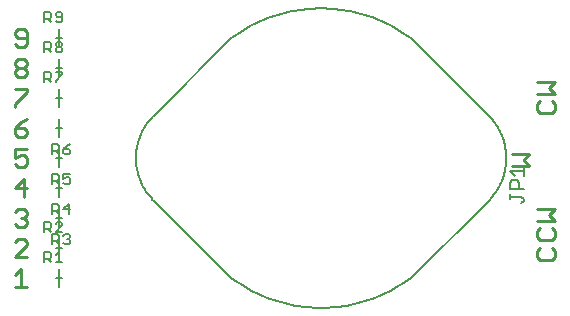
<source format=gbr>
G04 EAGLE Gerber RS-274X export*
G75*
%MOMM*%
%FSLAX34Y34*%
%LPD*%
%INSilkscreen Top*%
%IPPOS*%
%AMOC8*
5,1,8,0,0,1.08239X$1,22.5*%
G01*
%ADD10C,0.279400*%
%ADD11C,0.127000*%
%ADD12C,0.203200*%
%ADD13C,0.152400*%


D10*
X452194Y51181D02*
X449694Y48682D01*
X449694Y43682D01*
X452194Y41182D01*
X462193Y41182D01*
X464693Y43682D01*
X464693Y48682D01*
X462193Y51181D01*
X449694Y65053D02*
X452194Y67553D01*
X449694Y65053D02*
X449694Y60054D01*
X452194Y57554D01*
X462193Y57554D01*
X464693Y60054D01*
X464693Y65053D01*
X462193Y67553D01*
X464693Y73925D02*
X449694Y73925D01*
X459693Y78925D02*
X464693Y73925D01*
X459693Y78925D02*
X464693Y83925D01*
X449694Y83925D01*
X443103Y120211D02*
X428104Y120211D01*
X438103Y125211D02*
X443103Y120211D01*
X438103Y125211D02*
X443103Y130210D01*
X428104Y130210D01*
X449694Y172726D02*
X452194Y175226D01*
X449694Y172726D02*
X449694Y167727D01*
X452194Y165227D01*
X462193Y165227D01*
X464693Y167727D01*
X464693Y172726D01*
X462193Y175226D01*
X464693Y181599D02*
X449694Y181599D01*
X459693Y186598D02*
X464693Y181599D01*
X459693Y186598D02*
X464693Y191598D01*
X449694Y191598D01*
X12747Y32906D02*
X7747Y27906D01*
X12747Y32906D02*
X12747Y17907D01*
X17746Y17907D02*
X7747Y17907D01*
X7747Y43307D02*
X17746Y43307D01*
X7747Y43307D02*
X17746Y53306D01*
X17746Y55806D01*
X15246Y58306D01*
X10247Y58306D01*
X7747Y55806D01*
X7747Y81206D02*
X10247Y83706D01*
X15246Y83706D01*
X17746Y81206D01*
X17746Y78706D01*
X15246Y76206D01*
X12747Y76206D01*
X15246Y76206D02*
X17746Y73707D01*
X17746Y71207D01*
X15246Y68707D01*
X10247Y68707D01*
X7747Y71207D01*
X15246Y94107D02*
X15246Y109106D01*
X7747Y101606D01*
X17746Y101606D01*
X17746Y134506D02*
X7747Y134506D01*
X7747Y127006D01*
X12747Y129506D01*
X15246Y129506D01*
X17746Y127006D01*
X17746Y122007D01*
X15246Y119507D01*
X10247Y119507D01*
X7747Y122007D01*
X12747Y157406D02*
X17746Y159906D01*
X12747Y157406D02*
X7747Y152406D01*
X7747Y147407D01*
X10247Y144907D01*
X15246Y144907D01*
X17746Y147407D01*
X17746Y149907D01*
X15246Y152406D01*
X7747Y152406D01*
X7747Y185306D02*
X17746Y185306D01*
X17746Y182806D01*
X7747Y172807D01*
X7747Y170307D01*
X7747Y208206D02*
X10247Y210706D01*
X15246Y210706D01*
X17746Y208206D01*
X17746Y205706D01*
X15246Y203206D01*
X17746Y200707D01*
X17746Y198207D01*
X15246Y195707D01*
X10247Y195707D01*
X7747Y198207D01*
X7747Y200707D01*
X10247Y203206D01*
X7747Y205706D01*
X7747Y208206D01*
X10247Y203206D02*
X15246Y203206D01*
X10247Y221107D02*
X7747Y223607D01*
X10247Y221107D02*
X15246Y221107D01*
X17746Y223607D01*
X17746Y233606D01*
X15246Y236106D01*
X10247Y236106D01*
X7747Y233606D01*
X7747Y231106D01*
X10247Y228606D01*
X17746Y228606D01*
D11*
X342900Y228600D02*
X408579Y162921D01*
X409437Y162043D01*
X410273Y161144D01*
X411087Y160225D01*
X411878Y159286D01*
X412647Y158329D01*
X413392Y157354D01*
X414114Y156361D01*
X414811Y155350D01*
X415484Y154324D01*
X416132Y153281D01*
X416754Y152223D01*
X417351Y151150D01*
X417921Y150063D01*
X418465Y148962D01*
X418983Y147849D01*
X419473Y146724D01*
X419936Y145587D01*
X420371Y144439D01*
X420778Y143281D01*
X421158Y142113D01*
X421509Y140937D01*
X421831Y139752D01*
X422125Y138560D01*
X422390Y137362D01*
X422626Y136157D01*
X422833Y134947D01*
X423010Y133732D01*
X423158Y132513D01*
X423276Y131292D01*
X423365Y130067D01*
X423425Y128841D01*
X423454Y127614D01*
X423454Y126386D01*
X423425Y125159D01*
X423365Y123933D01*
X423276Y122708D01*
X423158Y121487D01*
X423010Y120268D01*
X422833Y119053D01*
X422626Y117843D01*
X422390Y116638D01*
X422125Y115440D01*
X421831Y114248D01*
X421509Y113063D01*
X421158Y111887D01*
X420778Y110719D01*
X420371Y109561D01*
X419936Y108413D01*
X419473Y107276D01*
X418983Y106151D01*
X418465Y105038D01*
X417921Y103937D01*
X417351Y102850D01*
X416754Y101777D01*
X416132Y100719D01*
X415484Y99676D01*
X414811Y98650D01*
X414114Y97639D01*
X413392Y96646D01*
X412647Y95671D01*
X411878Y94714D01*
X411087Y93775D01*
X410273Y92856D01*
X409437Y91957D01*
X408579Y91079D01*
X342900Y25400D01*
X190500Y25400D02*
X124821Y91079D01*
X123963Y91957D01*
X123127Y92856D01*
X122313Y93775D01*
X121522Y94714D01*
X120753Y95671D01*
X120008Y96646D01*
X119286Y97639D01*
X118589Y98650D01*
X117916Y99676D01*
X117268Y100719D01*
X116646Y101777D01*
X116049Y102850D01*
X115479Y103937D01*
X114935Y105038D01*
X114417Y106151D01*
X113927Y107276D01*
X113464Y108413D01*
X113029Y109561D01*
X112622Y110719D01*
X112242Y111887D01*
X111891Y113063D01*
X111569Y114248D01*
X111275Y115440D01*
X111010Y116638D01*
X110774Y117843D01*
X110567Y119053D01*
X110390Y120268D01*
X110242Y121487D01*
X110124Y122708D01*
X110035Y123933D01*
X109975Y125159D01*
X109946Y126386D01*
X109946Y127614D01*
X109975Y128841D01*
X110035Y130067D01*
X110124Y131292D01*
X110242Y132513D01*
X110390Y133732D01*
X110567Y134947D01*
X110774Y136157D01*
X111010Y137362D01*
X111275Y138560D01*
X111569Y139752D01*
X111891Y140937D01*
X112242Y142113D01*
X112622Y143281D01*
X113029Y144439D01*
X113464Y145587D01*
X113927Y146724D01*
X114417Y147849D01*
X114935Y148962D01*
X115479Y150063D01*
X116049Y151150D01*
X116646Y152223D01*
X117268Y153281D01*
X117916Y154324D01*
X118589Y155350D01*
X119286Y156361D01*
X120008Y157354D01*
X120753Y158329D01*
X121522Y159286D01*
X122313Y160225D01*
X123127Y161144D01*
X123963Y162043D01*
X124821Y162921D01*
X190500Y228600D01*
X337147Y232435D02*
X342900Y228600D01*
X337147Y232435D02*
X334537Y234129D01*
X331887Y235759D01*
X329197Y237323D01*
X326470Y238821D01*
X323707Y240252D01*
X320909Y241614D01*
X318080Y242908D01*
X315219Y244132D01*
X312329Y245285D01*
X309412Y246367D01*
X306469Y247378D01*
X303503Y248316D01*
X300514Y249181D01*
X297505Y249972D01*
X294477Y250690D01*
X291433Y251333D01*
X288374Y251902D01*
X285302Y252395D01*
X282219Y252813D01*
X279126Y253156D01*
X276026Y253422D01*
X272921Y253613D01*
X269811Y253727D01*
X266700Y253765D01*
X263589Y253727D01*
X260479Y253613D01*
X257374Y253422D01*
X254274Y253156D01*
X251181Y252813D01*
X248098Y252395D01*
X245026Y251902D01*
X241967Y251333D01*
X238923Y250690D01*
X235895Y249972D01*
X232886Y249181D01*
X229897Y248316D01*
X226931Y247378D01*
X223988Y246367D01*
X221071Y245285D01*
X218181Y244132D01*
X215320Y242908D01*
X212491Y241614D01*
X209693Y240252D01*
X206930Y238821D01*
X204203Y237323D01*
X201513Y235759D01*
X198863Y234129D01*
X196253Y232435D01*
X190500Y228600D01*
X337498Y21799D02*
X342900Y25400D01*
X337498Y21799D02*
X334875Y20096D01*
X332211Y18459D01*
X329508Y16887D01*
X326768Y15381D01*
X323991Y13944D01*
X321180Y12574D01*
X318336Y11274D01*
X315461Y10044D01*
X312557Y8885D01*
X309625Y7798D01*
X306667Y6782D01*
X303686Y5839D01*
X300682Y4970D01*
X297658Y4174D01*
X294616Y3453D01*
X291556Y2807D01*
X288482Y2235D01*
X285395Y1740D01*
X282296Y1319D01*
X279188Y975D01*
X276073Y708D01*
X272952Y516D01*
X269827Y401D01*
X266700Y363D01*
X263573Y401D01*
X260448Y516D01*
X257327Y708D01*
X254212Y975D01*
X251104Y1319D01*
X248005Y1740D01*
X244918Y2235D01*
X241844Y2807D01*
X238784Y3453D01*
X235742Y4174D01*
X232718Y4970D01*
X229714Y5839D01*
X226733Y6782D01*
X223775Y7798D01*
X220843Y8885D01*
X217939Y10044D01*
X215064Y11274D01*
X212220Y12574D01*
X209409Y13944D01*
X206632Y15381D01*
X203892Y16887D01*
X201189Y18459D01*
X198525Y20096D01*
X195902Y21799D01*
X190500Y25400D01*
X436370Y88773D02*
X438277Y90680D01*
X438277Y92586D01*
X436370Y94493D01*
X426837Y94493D01*
X426837Y92586D02*
X426837Y96400D01*
X426837Y100467D02*
X438277Y100467D01*
X426837Y100467D02*
X426837Y106187D01*
X428744Y108093D01*
X432557Y108093D01*
X434464Y106187D01*
X434464Y100467D01*
X430651Y112161D02*
X426837Y115974D01*
X438277Y115974D01*
X438277Y112161D02*
X438277Y119787D01*
D12*
X44450Y25400D02*
X44450Y17780D01*
X44450Y25400D02*
X44450Y33020D01*
X44450Y25400D02*
X46990Y25400D01*
X44450Y25400D02*
X41910Y25400D01*
D13*
X32512Y38862D02*
X32512Y47505D01*
X36834Y47505D01*
X38274Y46065D01*
X38274Y43184D01*
X36834Y41743D01*
X32512Y41743D01*
X35393Y41743D02*
X38274Y38862D01*
X41867Y44624D02*
X44748Y47505D01*
X44748Y38862D01*
X41867Y38862D02*
X47629Y38862D01*
D12*
X44450Y43180D02*
X44450Y50800D01*
X44450Y58420D01*
X44450Y50800D02*
X46990Y50800D01*
X44450Y50800D02*
X41910Y50800D01*
D13*
X32512Y64262D02*
X32512Y72905D01*
X36834Y72905D01*
X38274Y71465D01*
X38274Y68584D01*
X36834Y67143D01*
X32512Y67143D01*
X35393Y67143D02*
X38274Y64262D01*
X41867Y64262D02*
X47629Y64262D01*
X41867Y64262D02*
X47629Y70024D01*
X47629Y71465D01*
X46189Y72905D01*
X43308Y72905D01*
X41867Y71465D01*
D12*
X44450Y76200D02*
X44450Y83820D01*
X44450Y76200D02*
X44450Y68580D01*
X44450Y76200D02*
X41910Y76200D01*
X44450Y76200D02*
X46990Y76200D01*
D13*
X39202Y62745D02*
X39202Y54102D01*
X39202Y62745D02*
X43523Y62745D01*
X44964Y61305D01*
X44964Y58424D01*
X43523Y56983D01*
X39202Y56983D01*
X42083Y56983D02*
X44964Y54102D01*
X48557Y61305D02*
X49997Y62745D01*
X52879Y62745D01*
X54319Y61305D01*
X54319Y59864D01*
X52879Y58424D01*
X51438Y58424D01*
X52879Y58424D02*
X54319Y56983D01*
X54319Y55543D01*
X52879Y54102D01*
X49997Y54102D01*
X48557Y55543D01*
D12*
X44450Y101600D02*
X44450Y109220D01*
X44450Y101600D02*
X44450Y93980D01*
X44450Y101600D02*
X41910Y101600D01*
X44450Y101600D02*
X46990Y101600D01*
D13*
X39202Y88145D02*
X39202Y79502D01*
X39202Y88145D02*
X43523Y88145D01*
X44964Y86705D01*
X44964Y83824D01*
X43523Y82383D01*
X39202Y82383D01*
X42083Y82383D02*
X44964Y79502D01*
X52879Y79502D02*
X52879Y88145D01*
X48557Y83824D01*
X54319Y83824D01*
D12*
X44450Y127000D02*
X44450Y134620D01*
X44450Y127000D02*
X44450Y119380D01*
X44450Y127000D02*
X41910Y127000D01*
X44450Y127000D02*
X46990Y127000D01*
D13*
X39202Y113545D02*
X39202Y104902D01*
X39202Y113545D02*
X43523Y113545D01*
X44964Y112105D01*
X44964Y109224D01*
X43523Y107783D01*
X39202Y107783D01*
X42083Y107783D02*
X44964Y104902D01*
X48557Y113545D02*
X54319Y113545D01*
X48557Y113545D02*
X48557Y109224D01*
X51438Y110664D01*
X52879Y110664D01*
X54319Y109224D01*
X54319Y106343D01*
X52879Y104902D01*
X49997Y104902D01*
X48557Y106343D01*
D12*
X44450Y152400D02*
X44450Y160020D01*
X44450Y152400D02*
X44450Y144780D01*
X44450Y152400D02*
X41910Y152400D01*
X44450Y152400D02*
X46990Y152400D01*
D13*
X39202Y138945D02*
X39202Y130302D01*
X39202Y138945D02*
X43523Y138945D01*
X44964Y137505D01*
X44964Y134624D01*
X43523Y133183D01*
X39202Y133183D01*
X42083Y133183D02*
X44964Y130302D01*
X51438Y137505D02*
X54319Y138945D01*
X51438Y137505D02*
X48557Y134624D01*
X48557Y131743D01*
X49997Y130302D01*
X52879Y130302D01*
X54319Y131743D01*
X54319Y133183D01*
X52879Y134624D01*
X48557Y134624D01*
D12*
X44450Y170180D02*
X44450Y177800D01*
X44450Y185420D01*
X44450Y177800D02*
X46990Y177800D01*
X44450Y177800D02*
X41910Y177800D01*
D13*
X32512Y191262D02*
X32512Y199905D01*
X36834Y199905D01*
X38274Y198465D01*
X38274Y195584D01*
X36834Y194143D01*
X32512Y194143D01*
X35393Y194143D02*
X38274Y191262D01*
X41867Y199905D02*
X47629Y199905D01*
X47629Y198465D01*
X41867Y192703D01*
X41867Y191262D01*
D12*
X44450Y195580D02*
X44450Y203200D01*
X44450Y210820D01*
X44450Y203200D02*
X46990Y203200D01*
X44450Y203200D02*
X41910Y203200D01*
D13*
X32512Y216662D02*
X32512Y225305D01*
X36834Y225305D01*
X38274Y223865D01*
X38274Y220984D01*
X36834Y219543D01*
X32512Y219543D01*
X35393Y219543D02*
X38274Y216662D01*
X41867Y223865D02*
X43308Y225305D01*
X46189Y225305D01*
X47629Y223865D01*
X47629Y222424D01*
X46189Y220984D01*
X47629Y219543D01*
X47629Y218103D01*
X46189Y216662D01*
X43308Y216662D01*
X41867Y218103D01*
X41867Y219543D01*
X43308Y220984D01*
X41867Y222424D01*
X41867Y223865D01*
X43308Y220984D02*
X46189Y220984D01*
D12*
X44450Y220980D02*
X44450Y228600D01*
X44450Y236220D01*
X44450Y228600D02*
X46990Y228600D01*
X44450Y228600D02*
X41910Y228600D01*
D13*
X32512Y242062D02*
X32512Y250705D01*
X36834Y250705D01*
X38274Y249265D01*
X38274Y246384D01*
X36834Y244943D01*
X32512Y244943D01*
X35393Y244943D02*
X38274Y242062D01*
X41867Y243503D02*
X43308Y242062D01*
X46189Y242062D01*
X47629Y243503D01*
X47629Y249265D01*
X46189Y250705D01*
X43308Y250705D01*
X41867Y249265D01*
X41867Y247824D01*
X43308Y246384D01*
X47629Y246384D01*
M02*

</source>
